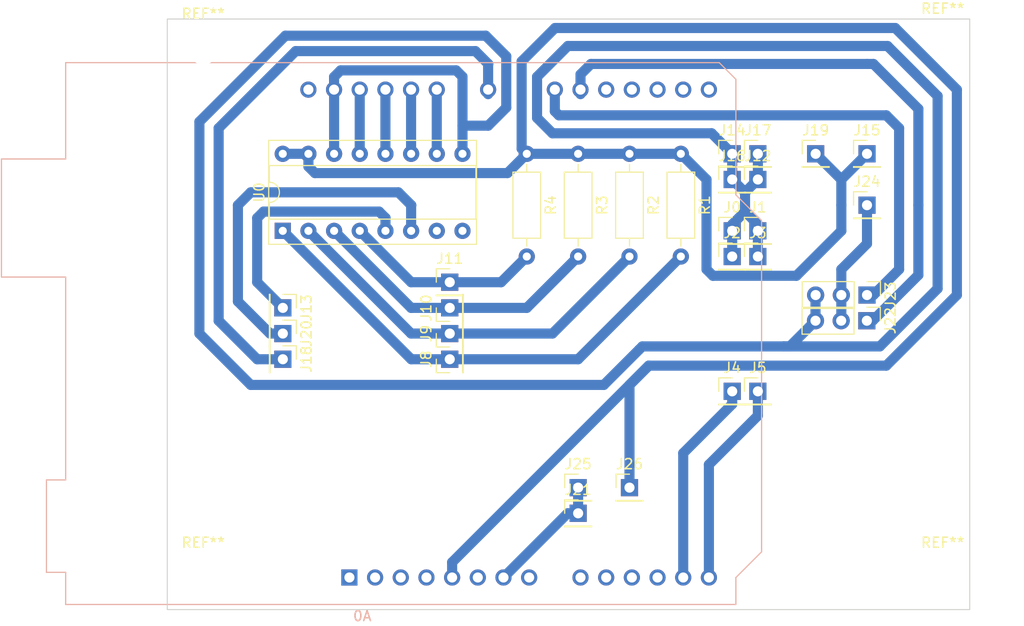
<source format=kicad_pcb>
(kicad_pcb (version 20211014) (generator pcbnew)
  (layers (0 "F.Cu" signal) (31 "B.Cu" signal) (34 "B.Paste" user) (35 "F.Paste" user) (36 "B.SilkS" user "B.Silkscreen") (37 "F.SilkS" user "F.Silkscreen") (38 "B.Mask" user) (39 "F.Mask" user) (44 "Edge.Cuts" user))
  (net 0 "")
  (net 5 "Net-(A0-Pad5)")
  (net 7 "Net-(J21-Pad1)")
  (net 13 "Net-(A0-Pad13)")
  (net 14 "Net-(A0-Pad14)")
  (net 20 "Net-(A0-Pad20)")
  (net 21 "Net-(A0-Pad21)")
  (net 22 "Net-(A0-Pad23)")
  (net 23 "Net-(A0-Pad25)")
  (net 24 "Net-(A0-Pad26)")
  (net 25 "Net-(A0-Pad27)")
  (net 26 "Net-(A0-Pad28)")
  (net 27 "Net-(A0-Pad29)")
  (net 29 "Net-(J8-Pad1)")
  (net 30 "Net-(J9-Pad1)")
  (net 31 "Net-(J10-Pad1)")
  (net 32 "Net-(J11-Pad1)")
  (net 33 "Net-(J13-Pad1)")
  (net 34 "Net-(J20-Pad1)")
  (net 37 "Net-(J24-Pad1)")
  (footprint "Connector_PinHeader_2.54mm:PinHeader_1x01_P2.54mm_Vertical" (layer "F.Cu") (at 175.895 114.3)
    (fp_text reference "J15" (at 0 -2.33) (layer "F.SilkS"))
    (fp_text value "Dspl Vcc")
    (fp_line (start -1.33 1.27) (end 1.33 1.27) (layer "F.SilkS") (width 0.12))
    (fp_line (start 1.33 1.27) (end 1.33 1.33) (layer "F.SilkS") (width 0.12))
    (fp_line (start -1.33 0) (end -1.33 -1.33) (layer "F.SilkS") (width 0.12))
    (fp_line (start -1.33 1.27) (end -1.33 1.33) (layer "F.SilkS") (width 0.12))
    (fp_line (start -1.33 -1.33) (end 0 -1.33) (layer "F.SilkS") (width 0.12))
    (fp_line (start -1.33 1.33) (end 1.33 1.33) (layer "F.SilkS") (width 0.12))
    (pad "1" thru_hole rect (at 0 0) (size 1.7 1.7) (drill 1) (layers *.Cu *.Mask) (net 5 "Net-(A0-Pad5)"))
  )
  (footprint "Connector_PinHeader_2.54mm:PinHeader_1x01_P2.54mm_Vertical" (layer "F.Cu") (at 162.56 121.92)
    (fp_text reference "J0" (at 0 -2.33) (layer "F.SilkS"))
    (fp_text value "LDR0")
    (fp_line (start -1.33 1.27) (end 1.33 1.27) (layer "F.SilkS") (width 0.12))
    (fp_line (start -1.33 1.33) (end 1.33 1.33) (layer "F.SilkS") (width 0.12))
    (fp_line (start 1.33 1.27) (end 1.33 1.33) (layer "F.SilkS") (width 0.12))
    (fp_line (start -1.33 -1.33) (end 0 -1.33) (layer "F.SilkS") (width 0.12))
    (fp_line (start -1.33 0) (end -1.33 -1.33) (layer "F.SilkS") (width 0.12))
    (fp_line (start -1.33 1.27) (end -1.33 1.33) (layer "F.SilkS") (width 0.12))
    (pad "1" thru_hole rect (at 0 0) (size 1.7 1.7) (drill 1) (layers *.Cu *.Mask) (net 27 "Net-(A0-Pad29)"))
  )
  (footprint "Connector_PinHeader_2.54mm:PinHeader_1x01_P2.54mm_Vertical" (layer "F.Cu") (at 165.1 121.92)
    (fp_text reference "J1" (at 0 -2.33) (layer "F.SilkS"))
    (fp_text value "LDR1")
    (fp_line (start -1.33 0) (end -1.33 -1.33) (layer "F.SilkS") (width 0.12))
    (fp_line (start -1.33 -1.33) (end 0 -1.33) (layer "F.SilkS") (width 0.12))
    (fp_line (start -1.33 1.27) (end -1.33 1.33) (layer "F.SilkS") (width 0.12))
    (fp_line (start -1.33 1.33) (end 1.33 1.33) (layer "F.SilkS") (width 0.12))
    (fp_line (start 1.33 1.27) (end 1.33 1.33) (layer "F.SilkS") (width 0.12))
    (fp_line (start -1.33 1.27) (end 1.33 1.27) (layer "F.SilkS") (width 0.12))
    (pad "1" thru_hole rect (at 0 0) (size 1.7 1.7) (drill 1) (layers *.Cu *.Mask) (net 27 "Net-(A0-Pad29)"))
  )
  (footprint "Resistor_THT:R_Axial_DIN0207_L6.3mm_D2.5mm_P10.16mm_Horizontal" (layer "F.Cu") (at 142.24 114.3 -90)
    (fp_text reference "R4" (at 5.08 -2.37 90) (layer "F.SilkS"))
    (fp_text value "10k")
    (fp_line (start 1.81 -1.37) (end 1.81 1.37) (layer "F.SilkS") (width 0.12))
    (fp_line (start 9.12 0) (end 8.35 0) (layer "F.SilkS") (width 0.12))
    (fp_line (start 8.35 1.37) (end 8.35 -1.37) (layer "F.SilkS") (width 0.12))
    (fp_line (start 8.35 -1.37) (end 1.81 -1.37) (layer "F.SilkS") (width 0.12))
    (fp_line (start 1.04 0) (end 1.81 0) (layer "F.SilkS") (width 0.12))
    (fp_line (start 1.81 1.37) (end 8.35 1.37) (layer "F.SilkS") (width 0.12))
    (pad "1" thru_hole circle (at 0 0 270) (size 1.6 1.6) (drill 0.8) (layers *.Cu *.Mask) (net 5 "Net-(A0-Pad5)"))
    (pad "2" thru_hole oval (at 10.16 0 270) (size 1.6 1.6) (drill 0.8) (layers *.Cu *.Mask) (net 32 "Net-(J11-Pad1)"))
  )
  (footprint "Resistor_THT:R_Axial_DIN0207_L6.3mm_D2.5mm_P10.16mm_Horizontal" (layer "F.Cu") (at 157.48 114.3 -90)
    (fp_text reference "R1" (at 5.08 -2.37 90) (layer "F.SilkS"))
    (fp_text value "10k")
    (fp_line (start 1.81 1.37) (end 8.35 1.37) (layer "F.SilkS") (width 0.12))
    (fp_line (start 9.12 0) (end 8.35 0) (layer "F.SilkS") (width 0.12))
    (fp_line (start 8.35 -1.37) (end 1.81 -1.37) (layer "F.SilkS") (width 0.12))
    (fp_line (start 1.81 -1.37) (end 1.81 1.37) (layer "F.SilkS") (width 0.12))
    (fp_line (start 1.04 0) (end 1.81 0) (layer "F.SilkS") (width 0.12))
    (fp_line (start 8.35 1.37) (end 8.35 -1.37) (layer "F.SilkS") (width 0.12))
    (pad "1" thru_hole circle (at 0 0 270) (size 1.6 1.6) (drill 0.8) (layers *.Cu *.Mask) (net 5 "Net-(A0-Pad5)"))
    (pad "2" thru_hole oval (at 10.16 0 270) (size 1.6 1.6) (drill 0.8) (layers *.Cu *.Mask) (net 29 "Net-(J8-Pad1)"))
  )
  (footprint "MountingHole:MountingHole_2.7mm" (layer "F.Cu") (at 110.236 156.464)
    (fp_text reference "REF**" (at 0 -3.7) (layer "F.SilkS"))
    (fp_text value "MountingHole_2.7mm")
    (pad "" np_thru_hole circle (at 0 0) (size 2.7 2.7) (drill 2.7) (layers *.Cu *.Mask))
  )
  (footprint "Connector_PinHeader_2.54mm:PinHeader_1x01_P2.54mm_Vertical" (layer "F.Cu") (at 147.32 147.32)
    (fp_text reference "J25" (at 0 -2.33) (layer "F.SilkS"))
    (fp_text value "GND")
    (fp_line (start -1.33 1.27) (end -1.33 1.33) (layer "F.SilkS") (width 0.12))
    (fp_line (start -1.33 1.27) (end 1.33 1.27) (layer "F.SilkS") (width 0.12))
    (fp_line (start 1.33 1.27) (end 1.33 1.33) (layer "F.SilkS") (width 0.12))
    (fp_line (start -1.33 1.33) (end 1.33 1.33) (layer "F.SilkS") (width 0.12))
    (fp_line (start -1.33 0) (end -1.33 -1.33) (layer "F.SilkS") (width 0.12))
    (fp_line (start -1.33 -1.33) (end 0 -1.33) (layer "F.SilkS") (width 0.12))
    (pad "1" thru_hole rect (at 0 0) (size 1.7 1.7) (drill 1) (layers *.Cu *.Mask) (net 7 "Net-(J21-Pad1)"))
  )
  (footprint "Connector_PinHeader_2.54mm:PinHeader_1x01_P2.54mm_Vertical" (layer "F.Cu") (at 170.815 114.3)
    (fp_text reference "J19" (at 0 -2.33) (layer "F.SilkS"))
    (fp_text value "Poti 5V")
    (fp_line (start 1.33 1.27) (end 1.33 1.33) (layer "F.SilkS") (width 0.12))
    (fp_line (start -1.33 1.27) (end 1.33 1.27) (layer "F.SilkS") (width 0.12))
    (fp_line (start -1.33 1.27) (end -1.33 1.33) (layer "F.SilkS") (width 0.12))
    (fp_line (start -1.33 0) (end -1.33 -1.33) (layer "F.SilkS") (width 0.12))
    (fp_line (start -1.33 -1.33) (end 0 -1.33) (layer "F.SilkS") (width 0.12))
    (fp_line (start -1.33 1.33) (end 1.33 1.33) (layer "F.SilkS") (width 0.12))
    (pad "1" thru_hole rect (at 0 0) (size 1.7 1.7) (drill 1) (layers *.Cu *.Mask) (net 5 "Net-(A0-Pad5)"))
  )
  (footprint "Connector_PinHeader_2.54mm:PinHeader_1x01_P2.54mm_Vertical" (layer "F.Cu") (at 134.62 129.54 90)
    (fp_text reference "J10" (at 0 -2.33 90) (layer "F.SilkS"))
    (fp_text value "LDR2")
    (fp_line (start -1.33 1.27) (end -1.33 1.33) (layer "F.SilkS") (width 0.12))
    (fp_line (start -1.33 -1.33) (end 0 -1.33) (layer "F.SilkS") (width 0.12))
    (fp_line (start 1.33 1.27) (end 1.33 1.33) (layer "F.SilkS") (width 0.12))
    (fp_line (start -1.33 0) (end -1.33 -1.33) (layer "F.SilkS") (width 0.12))
    (fp_line (start -1.33 1.27) (end 1.33 1.27) (layer "F.SilkS") (width 0.12))
    (fp_line (start -1.33 1.33) (end 1.33 1.33) (layer "F.SilkS") (width 0.12))
    (pad "1" thru_hole rect (at 0 0 90) (size 1.7 1.7) (drill 1) (layers *.Cu *.Mask) (net 31 "Net-(J10-Pad1)"))
  )
  (footprint "Connector_PinHeader_2.54mm:PinHeader_1x01_P2.54mm_Vertical" (layer "F.Cu") (at 165.1 124.46)
    (fp_text reference "J3" (at 0 -2.33) (layer "F.SilkS"))
    (fp_text value "LDR3")
    (fp_line (start -1.33 1.27) (end -1.33 1.33) (layer "F.SilkS") (width 0.12))
    (fp_line (start -1.33 1.33) (end 1.33 1.33) (layer "F.SilkS") (width 0.12))
    (fp_line (start -1.33 0) (end -1.33 -1.33) (layer "F.SilkS") (width 0.12))
    (fp_line (start -1.33 -1.33) (end 0 -1.33) (layer "F.SilkS") (width 0.12))
    (fp_line (start 1.33 1.27) (end 1.33 1.33) (layer "F.SilkS") (width 0.12))
    (fp_line (start -1.33 1.27) (end 1.33 1.27) (layer "F.SilkS") (width 0.12))
    (pad "1" thru_hole rect (at 0 0) (size 1.7 1.7) (drill 1) (layers *.Cu *.Mask) (net 27 "Net-(A0-Pad29)"))
  )
  (footprint "Package_DIP:DIP-16_W7.62mm_Socket" (layer "F.Cu") (at 118.1 121.92 90)
    (fp_text reference "U0" (at 3.81 -2.33 90) (layer "F.SilkS"))
    (fp_text value "MCP3008")
    (fp_line (start 2.81 -1.33) (end 1.16 -1.33) (layer "F.SilkS") (width 0.12))
    (fp_line (start -1.33 -1.39) (end -1.33 19.17) (layer "F.SilkS") (width 0.12))
    (fp_line (start 6.46 -1.33) (end 4.81 -1.33) (layer "F.SilkS") (width 0.12))
    (fp_line (start 8.95 19.17) (end 8.95 -1.39) (layer "F.SilkS") (width 0.12))
    (fp_line (start 8.95 -1.39) (end -1.33 -1.39) (layer "F.SilkS") (width 0.12))
    (fp_line (start -1.33 19.17) (end 8.95 19.17) (layer "F.SilkS") (width 0.12))
    (fp_line (start 1.16 -1.33) (end 1.16 19.11) (layer "F.SilkS") (width 0.12))
    (fp_line (start 6.46 19.11) (end 6.46 -1.33) (layer "F.SilkS") (width 0.12))
    (fp_line (start 1.16 19.11) (end 6.46 19.11) (layer "F.SilkS") (width 0.12))
    (fp_arc (start 4.81 -1.33) (mid 3.81 -0.33) (end 2.81 -1.33) (layer "F.SilkS") (width 0.12))
    (pad "1" thru_hole rect (at 0 0 90) (size 1.6 1.6) (drill 0.8) (layers *.Cu *.Mask) (net 29 "Net-(J8-Pad1)"))
    (pad "2" thru_hole oval (at 0 2.54 90) (size 1.6 1.6) (drill 0.8) (layers *.Cu *.Mask) (net 30 "Net-(J9-Pad1)"))
    (pad "3" thru_hole oval (at 0 5.08 90) (size 1.6 1.6) (drill 0.8) (layers *.Cu *.Mask) (net 31 "Net-(J10-Pad1)"))
    (pad "4" thru_hole oval (at 0 7.62 90) (size 1.6 1.6) (drill 0.8) (layers *.Cu *.Mask) (net 32 "Net-(J11-Pad1)"))
    (pad "5" thru_hole oval (at 0 10.16 90) (size 1.6 1.6) (drill 0.8) (layers *.Cu *.Mask) (net 33 "Net-(J13-Pad1)"))
    (pad "6" thru_hole oval (at 0 12.7 90) (size 1.6 1.6) (drill 0.8) (layers *.Cu *.Mask) (net 34 "Net-(J20-Pad1)"))
    (pad "7" thru_hole oval (at 0 15.24 90) (size 1.6 1.6) (drill 0.8) (layers *.Cu *.Mask))
    (pad "8" thru_hole oval (at 0 17.78 90) (size 1.6 1.6) (drill 0.8) (layers *.Cu *.Mask))
    (pad "9" thru_hole oval (at 7.62 17.78 90) (size 1.6 1.6) (drill 0.8) (layers *.Cu *.Mask) (net 27 "Net-(A0-Pad29)"))
    (pad "10" thru_hole oval (at 7.62 15.24 90) (size 1.6 1.6) (drill 0.8) (layers *.Cu *.Mask) (net 23 "Net-(A0-Pad25)"))
    (pad "11" thru_hole oval (at 7.62 12.7 90) (size 1.6 1.6) (drill 0.8) (layers *.Cu *.Mask) (net 24 "Net-(A0-Pad26)"))
    (pad "12" thru_hole oval (at 7.62 10.16 90) (size 1.6 1.6) (drill 0.8) (layers *.Cu *.Mask) (net 25 "Net-(A0-Pad27)"))
    (pad "13" thru_hole oval (at 7.62 7.62 90) (size 1.6 1.6) (drill 0.8) (layers *.Cu *.Mask) (net 26 "Net-(A0-Pad28)"))
    (pad "14" thru_hole oval (at 7.62 5.08 90) (size 1.6 1.6) (drill 0.8) (layers *.Cu *.Mask) (net 27 "Net-(A0-Pad29)"))
    (pad "15" thru_hole oval (at 7.62 2.54 90) (size 1.6 1.6) (drill 0.8) (layers *.Cu *.Mask) (net 5 "Net-(A0-Pad5)"))
    (pad "16" thru_hole oval (at 7.62 0 90) (size 1.6 1.6) (drill 0.8) (layers *.Cu *.Mask) (net 5 "Net-(A0-Pad5)"))
  )
  (footprint "MountingHole:MountingHole_2.7mm" (layer "F.Cu") (at 183.388 156.464)
    (fp_text reference "REF**" (at 0 -3.7) (layer "F.SilkS"))
    (fp_text value "MountingHole_2.7mm")
    (pad "" np_thru_hole circle (at 0 0) (size 2.7 2.7) (drill 2.7) (layers *.Cu *.Mask))
  )
  (footprint "Connector_PinHeader_2.54mm:PinHeader_1x01_P2.54mm_Vertical" (layer "F.Cu") (at 118.11 134.62 -90)
    (fp_text reference "J18" (at 0 -2.33 90) (layer "F.SilkS"))
    (fp_text value "Mode Button")
    (fp_line (start -1.33 0) (end -1.33 -1.33) (layer "F.SilkS") (width 0.12))
    (fp_line (start -1.33 -1.33) (end 0 -1.33) (layer "F.SilkS") (width 0.12))
    (fp_line (start -1.33 1.27) (end 1.33 1.27) (layer "F.SilkS") (width 0.12))
    (fp_line (start -1.33 1.33) (end 1.33 1.33) (layer "F.SilkS") (width 0.12))
    (fp_line (start -1.33 1.27) (end -1.33 1.33) (layer "F.SilkS") (width 0.12))
    (fp_line (start 1.33 1.27) (end 1.33 1.33) (layer "F.SilkS") (width 0.12))
    (pad "1" thru_hole rect (at 0 0 270) (size 1.7 1.7) (drill 1) (layers *.Cu *.Mask) (net 22 "Net-(A0-Pad23)"))
  )
  (footprint "Connector_PinHeader_2.54mm:PinHeader_1x01_P2.54mm_Vertical" (layer "F.Cu") (at 162.56 137.795)
    (fp_text reference "J4" (at 0 -2.33) (layer "F.SilkS"))
    (fp_text value "Dspl SDA")
    (fp_line (start -1.33 1.27) (end -1.33 1.33) (layer "F.SilkS") (width 0.12))
    (fp_line (start -1.33 0) (end -1.33 -1.33) (layer "F.SilkS") (width 0.12))
    (fp_line (start -1.33 1.33) (end 1.33 1.33) (layer "F.SilkS") (width 0.12))
    (fp_line (start -1.33 -1.33) (end 0 -1.33) (layer "F.SilkS") (width 0.12))
    (fp_line (start 1.33 1.27) (end 1.33 1.33) (layer "F.SilkS") (width 0.12))
    (fp_line (start -1.33 1.27) (end 1.33 1.27) (layer "F.SilkS") (width 0.12))
    (pad "1" thru_hole rect (at 0 0) (size 1.7 1.7) (drill 1) (layers *.Cu *.Mask) (net 13 "Net-(A0-Pad13)"))
  )
  (footprint "MountingHole:MountingHole_2.7mm" (layer "F.Cu") (at 110.236 104.14)
    (fp_text reference "REF**" (at 0 -3.7) (layer "F.SilkS"))
    (fp_text value "MountingHole_2.7mm")
    (pad "" np_thru_hole circle (at 0 0) (size 2.7 2.7) (drill 2.7) (layers *.Cu *.Mask))
  )
  (footprint "Resistor_THT:R_Axial_DIN0207_L6.3mm_D2.5mm_P10.16mm_Horizontal" (layer "F.Cu") (at 147.32 114.3 -90)
    (fp_text reference "R3" (at 5.08 -2.37 90) (layer "F.SilkS"))
    (fp_text value "10k")
    (fp_line (start 9.12 0) (end 8.35 0) (layer "F.SilkS") (width 0.12))
    (fp_line (start 1.81 1.37) (end 8.35 1.37) (layer "F.SilkS") (width 0.12))
    (fp_line (start 1.81 -1.37) (end 1.81 1.37) (layer "F.SilkS") (width 0.12))
    (fp_line (start 8.35 1.37) (end 8.35 -1.37) (layer "F.SilkS") (width 0.12))
    (fp_line (start 1.04 0) (end 1.81 0) (layer "F.SilkS") (width 0.12))
    (fp_line (start 8.35 -1.37) (end 1.81 -1.37) (layer "F.SilkS") (width 0.12))
    (pad "1" thru_hole circle (at 0 0 270) (size 1.6 1.6) (drill 0.8) (layers *.Cu *.Mask) (net 5 "Net-(A0-Pad5)"))
    (pad "2" thru_hole oval (at 10.16 0 270) (size 1.6 1.6) (drill 0.8) (layers *.Cu *.Mask) (net 31 "Net-(J10-Pad1)"))
  )
  (footprint "Connector_PinHeader_2.54mm:PinHeader_1x03_P2.54mm_Vertical" (layer "F.Cu") (at 175.88 130.81 -90)
    (fp_text reference "J22" (at 0 -2.33 90) (layer "F.SilkS"))
    (fp_text value "Srv0")
    (fp_line (start 1.33 1.27) (end 1.33 6.41) (layer "F.SilkS") (width 0.12))
    (fp_line (start -1.33 1.27) (end 1.33 1.27) (layer "F.SilkS") (width 0.12))
    (fp_line (start -1.33 6.41) (end 1.33 6.41) (layer "F.SilkS") (width 0.12))
    (fp_line (start -1.33 -1.33) (end 0 -1.33) (layer "F.SilkS") (width 0.12))
    (fp_line (start -1.33 1.27) (end -1.33 6.41) (layer "F.SilkS") (width 0.12))
    (fp_line (start -1.33 0) (end -1.33 -1.33) (layer "F.SilkS") (width 0.12))
    (pad "1" thru_hole rect (at 0 0 270) (size 1.7 1.7) (drill 1) (layers *.Cu *.Mask) (net 20 "Net-(A0-Pad20)"))
    (pad "2" thru_hole oval (at 0 2.54 270) (size 1.7 1.7) (drill 1) (layers *.Cu *.Mask) (net 37 "Net-(J24-Pad1)"))
    (pad "3" thru_hole oval (at 0 5.08 270) (size 1.7 1.7) (drill 1) (layers *.Cu *.Mask) (net 27 "Net-(A0-Pad29)"))
  )
  (footprint "Connector_PinHeader_2.54mm:PinHeader_1x01_P2.54mm_Vertical" (layer "F.Cu") (at 134.62 127)
    (fp_text reference "J11" (at 0 -2.33) (layer "F.SilkS"))
    (fp_text value "LDR3")
    (fp_line (start -1.33 1.27) (end 1.33 1.27) (layer "F.SilkS") (width 0.12))
    (fp_line (start 1.33 1.27) (end 1.33 1.33) (layer "F.SilkS") (width 0.12))
    (fp_line (start -1.33 1.33) (end 1.33 1.33) (layer "F.SilkS") (width 0.12))
    (fp_line (start -1.33 0) (end -1.33 -1.33) (layer "F.SilkS") (width 0.12))
    (fp_line (start -1.33 -1.33) (end 0 -1.33) (layer "F.SilkS") (width 0.12))
    (fp_line (start -1.33 1.27) (end -1.33 1.33) (layer "F.SilkS") (width 0.12))
    (pad "1" thru_hole rect (at 0 0) (size 1.7 1.7) (drill 1) (layers *.Cu *.Mask) (net 32 "Net-(J11-Pad1)"))
  )
  (footprint "Connector_PinHeader_2.54mm:PinHeader_1x01_P2.54mm_Vertical" (layer "F.Cu") (at 118.11 129.54 -90)
    (fp_text reference "J13" (at 0 -2.33 90) (layer "F.SilkS"))
    (fp_text value "V_solar")
    (fp_line (start 1.33 1.27) (end 1.33 1.33) (layer "F.SilkS") (width 0.12))
    (fp_line (start -1.33 1.33) (end 1.33 1.33) (layer "F.SilkS") (width 0.12))
    (fp_line (start -1.33 0) (end -1.33 -1.33) (layer "F.SilkS") (width 0.12))
    (fp_line (start -1.33 1.27) (end 1.33 1.27) (layer "F.SilkS") (width 0.12))
    (fp_line (start -1.33 -1.33) (end 0 -1.33) (layer "F.SilkS") (width 0.12))
    (fp_line (start -1.33 1.27) (end -1.33 1.33) (layer "F.SilkS") (width 0.12))
    (pad "1" thru_hole rect (at 0 0 270) (size 1.7 1.7) (drill 1) (layers *.Cu *.Mask) (net 33 "Net-(J13-Pad1)"))
  )
  (footprint "Connector_PinHeader_2.54mm:PinHeader_1x01_P2.54mm_Vertical" (layer "F.Cu") (at 134.62 134.62 90)
    (fp_text reference "J8" (at 0 -2.33 90) (layer "F.SilkS"))
    (fp_text value "LDR0")
    (fp_line (start -1.33 0) (end -1.33 -1.33) (layer "F.SilkS") (width 0.12))
    (fp_line (start -1.33 -1.33) (end 0 -1.33) (layer "F.SilkS") (width 0.12))
    (fp_line (start -1.33 1.27) (end -1.33 1.33) (layer "F.SilkS") (width 0.12))
    (fp_line (start -1.33 1.27) (end 1.33 1.27) (layer "F.SilkS") (width 0.12))
    (fp_line (start -1.33 1.33) (end 1.33 1.33) (layer "F.SilkS") (width 0.12))
    (fp_line (start 1.33 1.27) (end 1.33 1.33) (layer "F.SilkS") (width 0.12))
    (pad "1" thru_hole rect (at 0 0 90) (size 1.7 1.7) (drill 1) (layers *.Cu *.Mask) (net 29 "Net-(J8-Pad1)"))
  )
  (footprint "Connector_PinHeader_2.54mm:PinHeader_1x01_P2.54mm_Vertical" (layer "F.Cu") (at 162.56 124.46)
    (fp_text reference "J2" (at 0 -2.33) (layer "F.SilkS"))
    (fp_text value "LDR2")
    (fp_line (start -1.33 -1.33) (end 0 -1.33) (layer "F.SilkS") (width 0.12))
    (fp_line (start -1.33 1.27) (end -1.33 1.33) (layer "F.SilkS") (width 0.12))
    (fp_line (start 1.33 1.27) (end 1.33 1.33) (layer "F.SilkS") (width 0.12))
    (fp_line (start -1.33 1.27) (end 1.33 1.27) (layer "F.SilkS") (width 0.12))
    (fp_line (start -1.33 1.33) (end 1.33 1.33) (layer "F.SilkS") (width 0.12))
    (fp_line (start -1.33 0) (end -1.33 -1.33) (layer "F.SilkS") (width 0.12))
    (pad "1" thru_hole rect (at 0 0) (size 1.7 1.7) (drill 1) (layers *.Cu *.Mask) (net 27 "Net-(A0-Pad29)"))
  )
  (footprint "Connector_PinHeader_2.54mm:PinHeader_1x01_P2.54mm_Vertical" (layer "F.Cu") (at 165.1 114.3)
    (fp_text reference "J17" (at 0 -2.33) (layer "F.SilkS"))
    (fp_text value "Poti GND")
    (fp_line (start -1.33 1.27) (end -1.33 1.33) (layer "F.SilkS") (width 0.12))
    (fp_line (start -1.33 -1.33) (end 0 -1.33) (layer "F.SilkS") (width 0.12))
    (fp_line (start -1.33 0) (end -1.33 -1.33) (layer "F.SilkS") (width 0.12))
    (fp_line (start -1.33 1.33) (end 1.33 1.33) (layer "F.SilkS") (width 0.12))
    (fp_line (start 1.33 1.27) (end 1.33 1.33) (layer "F.SilkS") (width 0.12))
    (fp_line (start -1.33 1.27) (end 1.33 1.27) (layer "F.SilkS") (width 0.12))
    (pad "1" thru_hole rect (at 0 0) (size 1.7 1.7) (drill 1) (layers *.Cu *.Mask) (net 27 "Net-(A0-Pad29)"))
  )
  (footprint "Connector_PinHeader_2.54mm:PinHeader_1x01_P2.54mm_Vertical" (layer "F.Cu") (at 175.895 119.38)
    (fp_text reference "J24" (at 0 -2.33) (layer "F.SilkS"))
    (fp_text value "Vextra")
    (fp_line (start -1.33 1.33) (end 1.33 1.33) (layer "F.SilkS") (width 0.12))
    (fp_line (start -1.33 -1.33) (end 0 -1.33) (layer "F.SilkS") (width 0.12))
    (fp_line (start -1.33 1.27) (end -1.33 1.33) (layer "F.SilkS") (width 0.12))
    (fp_line (start 1.33 1.27) (end 1.33 1.33) (layer "F.SilkS") (width 0.12))
    (fp_line (start -1.33 0) (end -1.33 -1.33) (layer "F.SilkS") (width 0.12))
    (fp_line (start -1.33 1.27) (end 1.33 1.27) (layer "F.SilkS") (width 0.12))
    (pad "1" thru_hole rect (at 0 0) (size 1.7 1.7) (drill 1) (layers *.Cu *.Mask) (net 37 "Net-(J24-Pad1)"))
  )
  (footprint "MountingHole:MountingHole_2.7mm" (layer "F.Cu") (at 183.388 103.632)
    (fp_text reference "REF**" (at 0 -3.7) (layer "F.SilkS"))
    (fp_text value "MountingHole_2.7mm")
    (pad "" np_thru_hole circle (at 0 0) (size 2.7 2.7) (drill 2.7) (layers *.Cu *.Mask))
  )
  (footprint "Connector_PinHeader_2.54mm:PinHeader_1x01_P2.54mm_Vertical" (layer "F.Cu") (at 152.4 147.32)
    (fp_text reference "J26" (at 0 -2.33) (layer "F.SilkS"))
    (fp_text value "5V")
    (fp_line (start -1.33 1.27) (end -1.33 1.33) (layer "F.SilkS") (width 0.12))
    (fp_line (start -1.33 -1.33) (end 0 -1.33) (layer "F.SilkS") (width 0.12))
    (fp_line (start -1.33 0) (end -1.33 -1.33) (layer "F.SilkS") (width 0.12))
    (fp_line (start -1.33 1.33) (end 1.33 1.33) (layer "F.SilkS") (width 0.12))
    (fp_line (start -1.33 1.27) (end 1.33 1.27) (layer "F.SilkS") (width 0.12))
    (fp_line (start 1.33 1.27) (end 1.33 1.33) (layer "F.SilkS") (width 0.12))
    (pad "1" thru_hole rect (at 0 0) (size 1.7 1.7) (drill 1) (layers *.Cu *.Mask) (net 5 "Net-(A0-Pad5)"))
  )
  (footprint "Resistor_THT:R_Axial_DIN0207_L6.3mm_D2.5mm_P10.16mm_Horizontal" (layer "F.Cu") (at 152.4 114.3 -90)
    (fp_text reference "R2" (at 5.08 -2.37 90) (layer "F.SilkS"))
    (fp_text value "10k")
    (fp_line (start 9.12 0) (end 8.35 0) (layer "F.SilkS") (width 0.12))
    (fp_line (start 1.81 -1.37) (end 1.81 1.37) (layer "F.SilkS") (width 0.12))
    (fp_line (start 1.81 1.37) (end 8.35 1.37) (layer "F.SilkS") (width 0.12))
    (fp_line (start 8.35 1.37) (end 8.35 -1.37) (layer "F.SilkS") (width 0.12))
    (fp_line (start 1.04 0) (end 1.81 0) (layer "F.SilkS") (width 0.12))
    (fp_line (start 8.35 -1.37) (end 1.81 -1.37) (layer "F.SilkS") (width 0.12))
    (pad "1" thru_hole circle (at 0 0 270) (size 1.6 1.6) (drill 0.8) (layers *.Cu *.Mask) (net 5 "Net-(A0-Pad5)"))
    (pad "2" thru_hole oval (at 10.16 0 270) (size 1.6 1.6) (drill 0.8) (layers *.Cu *.Mask) (net 30 "Net-(J9-Pad1)"))
  )
  (footprint "Connector_PinHeader_2.54mm:PinHeader_1x03_P2.54mm_Vertical" (layer "F.Cu") (at 175.895 128.27 -90)
    (fp_text reference "J23" (at 0 -2.33 90) (layer "F.SilkS"))
    (fp_text value "Srv1")
    (fp_line (start -1.33 -1.33) (end 0 -1.33) (layer "F.SilkS") (width 0.12))
    (fp_line (start -1.33 1.27) (end -1.33 6.41) (layer "F.SilkS") (width 0.12))
    (fp_line (start -1.33 6.41) (end 1.33 6.41) (layer "F.SilkS") (width 0.12))
    (fp_line (start -1.33 0) (end -1.33 -1.33) (layer "F.SilkS") (width 0.12))
    (fp_line (start 1.33 1.27) (end 1.33 6.41) (layer "F.SilkS") (width 0.12))
    (fp_line (start -1.33 1.27) (end 1.33 1.27) (layer "F.SilkS") (width 0.12))
    (pad "1" thru_hole rect (at 0 0 270) (size 1.7 1.7) (drill 1) (layers *.Cu *.Mask) (net 21 "Net-(A0-Pad21)"))
    (pad "2" thru_hole oval (at 0 2.54 270) (size 1.7 1.7) (drill 1) (layers *.Cu *.Mask) (net 37 "Net-(J24-Pad1)"))
    (pad "3" thru_hole oval (at 0 5.08 270) (size 1.7 1.7) (drill 1) (layers *.Cu *.Mask) (net 27 "Net-(A0-Pad29)"))
  )
  (footprint "Connector_PinHeader_2.54mm:PinHeader_1x01_P2.54mm_Vertical" (layer "F.Cu") (at 147.32 149.86)
    (fp_text reference "J21" (at 0 -2.33) (layer "F.SilkS"))
    (fp_text value "GND")
    (fp_line (start -1.33 1.27) (end -1.33 1.33) (layer "F.SilkS") (width 0.12))
    (fp_line (start -1.33 0) (end -1.33 -1.33) (layer "F.SilkS") (width 0.12))
    (fp_line (start 1.33 1.27) (end 1.33 1.33) (layer "F.SilkS") (width 0.12))
    (fp_line (start -1.33 1.33) (end 1.33 1.33) (layer "F.SilkS") (width 0.12))
    (fp_line (start -1.33 1.27) (end 1.33 1.27) (layer "F.SilkS") (width 0.12))
    (fp_line (start -1.33 -1.33) (end 0 -1.33) (layer "F.SilkS") (width 0.12))
    (pad "1" thru_hole rect (at 0 0) (size 1.7 1.7) (drill 1) (layers *.Cu *.Mask) (net 7 "Net-(J21-Pad1)"))
  )
  (footprint "Connector_PinHeader_2.54mm:PinHeader_1x01_P2.54mm_Vertical" (layer "F.Cu") (at 118.11 132.08 -90)
    (fp_text reference "J20" (at 0 -2.33 90) (layer "F.SilkS"))
    (fp_text value "Poti")
    (fp_line (start -1.33 1.27) (end 1.33 1.27) (layer "F.SilkS") (width 0.12))
    (fp_line (start -1.33 0) (end -1.33 -1.33) (layer "F.SilkS") (width 0.12))
    (fp_line (start -1.33 1.27) (end -1.33 1.33) (layer "F.SilkS") (width 0.12))
    (fp_line (start 1.33 1.27) (end 1.33 1.33) (layer "F.SilkS") (width 0.12))
    (fp_line (start -1.33 1.33) (end 1.33 1.33) (layer "F.SilkS") (width 0.12))
    (fp_line (start -1.33 -1.33) (end 0 -1.33) (layer "F.SilkS") (width 0.12))
    (pad "1" thru_hole rect (at 0 0 270) (size 1.7 1.7) (drill 1) (layers *.Cu *.Mask) (net 34 "Net-(J20-Pad1)"))
  )
  (footprint "Connector_PinHeader_2.54mm:PinHeader_1x01_P2.54mm_Vertical" (layer "F.Cu") (at 162.56 116.84)
    (fp_text reference "J16" (at 0 -2.33) (layer "F.SilkS"))
    (fp_text value "Mode Button GND")
    (fp_line (start -1.33 1.33) (end 1.33 1.33) (layer "F.SilkS") (width 0.12))
    (fp_line (start -1.33 1.27) (end -1.33 1.33) (layer "F.SilkS") (width 0.12))
    (fp_line (start -1.33 -1.33) (end 0 -1.33) (layer "F.SilkS") (width 0.12))
    (fp_line (start -1.33 1.27) (end 1.33 1.27) (layer "F.SilkS") (width 0.12))
    (fp_line (start 1.33 1.27) (end 1.33 1.33) (layer "F.SilkS") (width 0.12))
    (fp_line (start -1.33 0) (end -1.33 -1.33) (layer "F.SilkS") (width 0.12))
    (pad "1" thru_hole rect (at 0 0) (size 1.7 1.7) (drill 1) (layers *.Cu *.Mask) (net 27 "Net-(A0-Pad29)"))
  )
  (footprint "Connector_PinHeader_2.54mm:PinHeader_1x01_P2.54mm_Vertical" (layer "F.Cu") (at 134.62 132.08 90)
    (fp_text reference "J9" (at 0 -2.33 90) (layer "F.SilkS"))
    (fp_text value "LDR1")
    (fp_line (start -1.33 0) (end -1.33 -1.33) (layer "F.SilkS") (width 0.12))
    (fp_line (start -1.33 -1.33) (end 0 -1.33) (layer "F.SilkS") (width 0.12))
    (fp_line (start 1.33 1.27) (end 1.33 1.33) (layer "F.SilkS") (width 0.12))
    (fp_line (start -1.33 1.27) (end -1.33 1.33) (layer "F.SilkS") (width 0.12))
    (fp_line (start -1.33 1.27) (end 1.33 1.27) (layer "F.SilkS") (width 0.12))
    (fp_line (start -1.33 1.33) (end 1.33 1.33) (layer "F.SilkS") (width 0.12))
    (pad "1" thru_hole rect (at 0 0 90) (size 1.7 1.7) (drill 1) (layers *.Cu *.Mask) (net 30 "Net-(J9-Pad1)"))
  )
  (footprint "Connector_PinHeader_2.54mm:PinHeader_1x01_P2.54mm_Vertical" (layer "F.Cu") (at 162.56 114.3)
    (fp_text reference "J14" (at 0 -2.33) (layer "F.SilkS"))
    (fp_text value "Dspl GND")
    (fp_line (start 1.33 1.27) (end 1.33 1.33) (layer "F.SilkS") (width 0.12))
    (fp_line (start -1.33 -1.33) (end 0 -1.33) (layer "F.SilkS") (width 0.12))
    (fp_line (start -1.33 1.33) (end 1.33 1.33) (layer "F.SilkS") (width 0.12))
    (fp_line (start -1.33 0) (end -1.33 -1.33) (layer "F.SilkS") (width 0.12))
    (fp_line (start -1.33 1.27) (end -1.33 1.33) (layer "F.SilkS") (width 0.12))
    (fp_line (start -1.33 1.27) (end 1.33 1.27) (layer "F.SilkS") (width 0.12))
    (pad "1" thru_hole rect (at 0 0) (size 1.7 1.7) (drill 1) (layers *.Cu *.Mask) (net 27 "Net-(A0-Pad29)"))
  )
  (footprint "Connector_PinHeader_2.54mm:PinHeader_1x01_P2.54mm_Vertical" (layer "F.Cu") (at 165.1 116.84)
    (fp_text reference "J12" (at 0 -2.33) (layer "F.SilkS"))
    (fp_text value "V_solar")
    (fp_line (start -1.33 1.33) (end 1.33 1.33) (layer "F.SilkS") (width 0.12))
    (fp_line (start -1.33 1.27) (end 1.33 1.27) (layer "F.SilkS") (width 0.12))
    (fp_line (start 1.33 1.27) (end 1.33 1.33) (layer "F.SilkS") (width 0.12))
    (fp_line (start -1.33 -1.33) (end 0 -1.33) (layer "F.SilkS") (width 0.12))
    (fp_line (start -1.33 1.27) (end -1.33 1.33) (layer "F.SilkS") (width 0.12))
    (fp_line (start -1.33 0) (end -1.33 -1.33) (layer "F.SilkS") (width 0.12))
    (pad "1" thru_hole rect (at 0 0) (size 1.7 1.7) (drill 1) (layers *.Cu *.Mask) (net 27 "Net-(A0-Pad29)"))
  )
  (footprint "Connector_PinHeader_2.54mm:PinHeader_1x01_P2.54mm_Vertical" (layer "F.Cu") (at 165.1 137.795)
    (fp_text reference "J5" (at 0 -2.33) (layer "F.SilkS"))
    (fp_text value "Dspl SCL")
    (fp_line (start -1.33 -1.33) (end 0 -1.33) (layer "F.SilkS") (width 0.12))
    (fp_line (start -1.33 1.27) (end 1.33 1.27) (layer "F.SilkS") (width 0.12))
    (fp_line (start -1.33 1.27) (end -1.33 1.33) (layer "F.SilkS") (width 0.12))
    (fp_line (start -1.33 1.33) (end 1.33 1.33) (layer "F.SilkS") (width 0.12))
    (fp_line (start -1.33 0) (end -1.33 -1.33) (layer "F.SilkS") (width 0.12))
    (fp_line (start 1.33 1.27) (end 1.33 1.33) (layer "F.SilkS") (width 0.12))
    (pad "1" thru_hole rect (at 0 0) (size 1.7 1.7) (drill 1) (layers *.Cu *.Mask) (net 14 "Net-(A0-Pad14)"))
  )
  (footprint "Module:Arduino_UNO_R2" (layer "B.Cu") (at 124.695 156.21)
    (fp_text reference "A0" (at 1.27 3.81) (layer "B.SilkS") (effects (justify mirror)))
    (fp_text value "Arduino_UNO_R2")
    (fp_line (start -34.42 -29.72) (end -34.42 -41.4) (layer "B.SilkS") (width 0.12))
    (fp_line (start -29.97 -0.51) (end -29.97 -9.65) (layer "B.SilkS") (width 0.12))
    (fp_line (start 38.23 2.67) (end -28.07 2.67) (layer "B.SilkS") (width 0.12))
    (fp_line (start 40.77 -2.54) (end 38.23 0) (layer "B.SilkS") (width 0.12))
    (fp_line (start -28.07 -9.65) (end -28.07 -29.72) (layer "B.SilkS") (width 0.12))
    (fp_line (start -34.42 -41.4) (end -28.07 -41.4) (layer "B.SilkS") (width 0.12))
    (fp_line (start -28.07 2.67) (end -28.07 -0.51) (layer "B.SilkS") (width 0.12))
    (fp_line (start 38.23 0) (end 38.23 2.67) (layer "B.SilkS") (width 0.12))
    (fp_line (start 38.23 -37.85) (end 40.77 -35.31) (layer "B.SilkS") (width 0.12))
    (fp_line (start -28.07 -29.72) (end -34.42 -29.72) (layer "B.SilkS") (width 0.12))
    (fp_line (start 40.77 -35.31) (end 40.77 -2.54) (layer "B.SilkS") (width 0.12))
    (fp_line (start -28.07 -50.93) (end 36.58 -50.93) (layer "B.SilkS") (width 0.12))
    (fp_line (start 38.23 -49.28) (end 38.23 -37.85) (layer "B.SilkS") (width 0.12))
    (fp_line (start -29.97 -9.65) (end -28.07 -9.65) (layer "B.SilkS") (width 0.12))
    (fp_line (start -28.07 -41.4) (end -28.07 -50.93) (layer "B.SilkS") (width 0.12))
    (fp_line (start 36.58 -50.93) (end 38.23 -49.28) (layer "B.SilkS") (width 0.12))
    (fp_line (start -28.07 -0.51) (end -29.97 -0.51) (layer "B.SilkS") (width 0.12))
    (pad "1" thru_hole rect (at 0 0 270) (size 1.6 1.6) (drill 1) (layers *.Cu *.Mask))
    (pad "2" thru_hole oval (at 2.54 0 270) (size 1.6 1.6) (drill 1) (layers *.Cu *.Mask))
    (pad "3" thru_hole oval (at 5.08 0 270) (size 1.6 1.6) (drill 1) (layers *.Cu *.Mask))
    (pad "4" thru_hole oval (at 7.62 0 270) (size 1.6 1.6) (drill 1) (layers *.Cu *.Mask))
    (pad "5" thru_hole oval (at 10.16 0 270) (size 1.6 1.6) (drill 1) (layers *.Cu *.Mask) (net 5 "Net-(A0-Pad5)"))
    (pad "6" thru_hole oval (at 12.7 0 270) (size 1.6 1.6) (drill 1) (layers *.Cu *.Mask))
    (pad "7" thru_hole oval (at 15.24 0 270) (size 1.6 1.6) (drill 1) (layers *.Cu *.Mask) (net 7 "Net-(J21-Pad1)"))
    (pad "8" thru_hole oval (at 17.78 0 270) (size 1.6 1.6) (drill 1) (layers *.Cu *.Mask))
    (pad "9" thru_hole oval (at 22.86 0 270) (size 1.6 1.6) (drill 1) (layers *.Cu *.Mask))
    (pad "10" thru_hole oval (at 25.4 0 270) (size 1.6 1.6) (drill 1) (layers *.Cu *.Mask))
    (pad "11" thru_hole oval (at 27.94 0 270) (size 1.6 1.6) (drill 1) (layers *.Cu *.Mask))
    (pad "12" thru_hole oval (at 30.48 0 270) (size 1.6 1.6) (drill 1) (layers *.Cu *.Mask))
    (pad "13" thru_hole oval (at 33.02 0 270) (size 1.6 1.6) (drill 1) (layers *.Cu *.Mask) (net 13 "Net-(A0-Pad13)"))
    (pad "14" thru_hole oval (at 35.56 0 270) (size 1.6 1.6) (drill 1) (layers *.Cu *.Mask) (net 14 "Net-(A0-Pad14)"))
    (pad "15" thru_hole oval (at 35.56 -48.26 270) (size 1.6 1.6) (drill 1) (layers *.Cu *.Mask))
    (pad "16" thru_hole oval (at 33.02 -48.26 270) (size 1.6 1.6) (drill 1) (layers *.Cu *.Mask))
    (pad "17" thru_hole oval (at 30.48 -48.26 270) (size 1.6 1.6) (drill 1) (layers *.Cu *.Mask))
    (pad "18" thru_hole oval (at 27.94 -48.26 270) (size 1.6 1.6) (drill 1) (layers *.Cu *.Mask))
    (pad "19" thru_hole oval (at 25.4 -48.26 270) (size 1.6 1.6) (drill 1) (layers *.Cu *.Mask))
    (pad "20" thru_hole oval (at 22.86 -48.26 270) (size 1.6 1.6) (drill 1) (layers *.Cu *.Mask) (net 20 "Net-(A0-Pad20)"))
    (pad "21" thru_hole oval (at 20.32 -48.26 270) (size 1.6 1.6) (drill 1) (layers *.Cu *.Mask) (net 21 "Net-(A0-Pad21)"))
    (pad "23" thru_hole oval (at 13.72 -48.26 270) (size 1.6 1.6) (drill 1) (layers *.Cu *.Mask) (net 22 "Net-(A0-Pad23)"))
    (pad "25" thru_hole oval (at 8.64 -48.26 270) (size 1.6 1.6) (drill 1) (layers *.Cu *.Mask) (net 23 "Net-(A0-Pad25)"))
    (pad "26" thru_hole oval (at 6.1 -48.26 270) (size 1.6 1.6) (drill 1) (layers *.Cu *.Mask) (net 24 "Net-(A0-Pad26)"))
    (pad "27" thru_hole oval (at 3.56 -48.26 270) (size 1.6 1.6) (drill 1) (layers *.Cu *.Mask) (net 25 "Net-(A0-Pad27)"))
    (pad "28" thru_hole oval (at 1.02 -48.26 270) (size 1.6 1.6) (drill 1) (layers *.Cu *.Mask) (net 26 "Net-(A0-Pad28)"))
    (pad "29" thru_hole oval (at -1.52 -48.26 270) (size 1.6 1.6) (drill 1) (layers *.Cu *.Mask) (net 27 "Net-(A0-Pad29)"))
    (pad "30" thru_hole oval (at -4.06 -48.26 270) (size 1.6 1.6) (drill 1) (layers *.Cu *.Mask))
  )
  (gr_rect (start 106.68 159.385) (end 186.055 100.965) (layer "Edge.Cuts") (width 0.1) (fill none))
  (segment (start 157.48 114.3) (end 160.02 116.84) (width 1) (layer "B.Cu") (net 5))
  (segment (start 121.285 116.205) (end 140.335 116.205) (width 1) (layer "B.Cu") (net 5))
  (segment (start 173.355 121.92) (end 168.91 126.365) (width 1) (layer "B.Cu") (net 5))
  (segment (start 147.32 114.3) (end 152.4 114.3) (width 1) (layer "B.Cu") (net 5))
  (segment (start 175.895 114.3) (end 173.355 116.84) (width 1) (layer "B.Cu") (net 5))
  (segment (start 118.1 114.3) (end 120.64 114.3) (width 1) (layer "B.Cu") (net 5))
  (segment (start 173.355 116.84) (end 173.355 119.38) (width 1) (layer "B.Cu") (net 5))
  (segment (start 160.655 126.365) (end 168.91 126.365) (width 1) (layer "B.Cu") (net 5))
  (segment (start 120.64 115.56) (end 121.285 116.205) (width 1) (layer "B.Cu") (net 5))
  (segment (start 184.785 107.95) (end 178.689 101.854) (width 1) (layer "B.Cu") (net 5))
  (segment (start 160.02 125.73) (end 160.655 126.365) (width 1) (layer "B.Cu") (net 5))
  (segment (start 120.64 114.3) (end 120.64 115.56) (width 1) (layer "B.Cu") (net 5))
  (segment (start 152.4 137.16) (end 154.305 135.255) (width 1) (layer "B.Cu") (net 5))
  (segment (start 134.855 154.705) (end 154.305 135.255) (width 1) (layer "B.Cu") (net 5))
  (segment (start 140.335 116.205) (end 142.24 114.3) (width 1) (layer "B.Cu") (net 5))
  (segment (start 141.732 105.156) (end 141.732 113.792) (width 1) (layer "B.Cu") (net 5))
  (segment (start 170.815 114.3) (end 173.355 116.84) (width 1) (layer "B.Cu") (net 5))
  (segment (start 184.785 128.27) (end 184.785 107.95) (width 1) (layer "B.Cu") (net 5))
  (segment (start 173.355 119.38) (end 173.355 121.92) (width 1) (layer "B.Cu") (net 5))
  (segment (start 177.8 135.255) (end 184.785 128.27) (width 1) (layer "B.Cu") (net 5))
  (segment (start 152.4 147.32) (end 152.4 137.16) (width 1) (layer "B.Cu") (net 5))
  (segment (start 141.732 113.792) (end 142.24 114.3) (width 1) (layer "B.Cu") (net 5))
  (segment (start 154.305 135.255) (end 177.8 135.255) (width 1) (layer "B.Cu") (net 5))
  (segment (start 178.689 101.854) (end 145.034 101.854) (width 1) (layer "B.Cu") (net 5))
  (segment (start 160.02 116.84) (end 160.02 125.73) (width 1) (layer "B.Cu") (net 5))
  (segment (start 152.4 114.3) (end 157.48 114.3) (width 1) (layer "B.Cu") (net 5))
  (segment (start 142.24 114.3) (end 147.32 114.3) (width 1) (layer "B.Cu") (net 5))
  (segment (start 134.855 156.21) (end 134.855 154.705) (width 1) (layer "B.Cu") (net 5))
  (segment (start 145.034 101.854) (end 141.732 105.156) (width 1) (layer "B.Cu") (net 5))
  (segment (start 139.935 156.21) (end 146.285 149.86) (width 1) (layer "B.Cu") (net 7))
  (segment (start 147.32 147.32) (end 147.32 149.86) (width 1) (layer "B.Cu") (net 7))
  (segment (start 146.285 149.86) (end 147.32 149.86) (width 1) (layer "B.Cu") (net 7))
  (segment (start 157.715 143.91) (end 162.56 139.065) (width 1) (layer "B.Cu") (net 13))
  (segment (start 157.715 156.21) (end 157.715 143.91) (width 1) (layer "B.Cu") (net 13))
  (segment (start 162.56 139.065) (end 162.56 137.795) (width 1) (layer "B.Cu") (net 13))
  (segment (start 165.1 140.2) (end 165.1 137.795) (width 1) (layer "B.Cu") (net 14))
  (segment (start 160.255 156.21) (end 160.255 145.045) (width 1) (layer "B.Cu") (net 14))
  (segment (start 160.255 145.045) (end 165.1 140.2) (width 1) (layer "B.Cu") (net 14))
  (segment (start 176.53 105.41) (end 175.895 105.41) (width 1) (layer "B.Cu") (net 20))
  (segment (start 148.59 105.41) (end 147.555 106.445) (width 1) (layer "B.Cu") (net 20))
  (segment (start 176.455 130.81) (end 180.975 126.29) (width 1) (layer "B.Cu") (net 20))
  (segment (start 147.555 106.445) (end 147.555 108.4) (width 1) (layer "B.Cu") (net 20))
  (segment (start 180.975 109.855) (end 180.975 119.38) (width 1) (layer "B.Cu") (net 20))
  (segment (start 175.88 130.81) (end 176.455 130.81) (width 1) (layer "B.Cu") (net 20))
  (segment (start 180.975 109.855) (end 176.53 105.41) (width 1) (layer "B.Cu") (net 20))
  (segment (start 180.975 126.29) (end 180.975 119.38) (width 1) (layer "B.Cu") (net 20))
  (segment (start 175.895 105.41) (end 148.59 105.41) (width 1) (layer "B.Cu") (net 20))
  (segment (start 145.415 110.49) (end 177.8 110.49) (width 1) (layer "B.Cu") (net 21))
  (segment (start 177.8 110.49) (end 179.07 111.76) (width 1) (layer "B.Cu") (net 21))
  (segment (start 176.53 128.27) (end 175.895 128.27) (width 1) (layer "B.Cu") (net 21))
  (segment (start 145.015 108.4) (end 145.015 110.09) (width 1) (layer "B.Cu") (net 21))
  (segment (start 145.015 110.09) (end 145.415 110.49) (width 1) (layer "B.Cu") (net 21))
  (segment (start 179.07 125.73) (end 176.53 128.27) (width 1) (layer "B.Cu") (net 21))
  (segment (start 179.07 111.76) (end 179.07 125.73) (width 1) (layer "B.Cu") (net 21))
  (segment (start 137.16 104.14) (end 119.38 104.14) (width 1) (layer "B.Cu") (net 22))
  (segment (start 111.76 130.81) (end 115.57 134.62) (width 1) (layer "B.Cu") (net 22))
  (segment (start 115.57 134.62) (end 118.11 134.62) (width 1) (layer "B.Cu") (net 22))
  (segment (start 119.38 104.14) (end 111.76 111.76) (width 1) (layer "B.Cu") (net 22))
  (segment (start 111.76 111.76) (end 111.76 130.81) (width 1) (layer "B.Cu") (net 22))
  (segment (start 138.415 105.425) (end 138.43 105.41) (width 1) (layer "B.Cu") (net 22))
  (segment (start 138.415 108.4) (end 138.415 105.425) (width 1) (layer "B.Cu") (net 22))
  (segment (start 138.43 105.41) (end 137.16 104.14) (width 1) (layer "B.Cu") (net 22))
  (segment (start 133.335 114.295) (end 133.34 114.3) (width 1) (layer "B.Cu") (net 23))
  (segment (start 133.335 108.4) (end 133.335 114.295) (width 1) (layer "B.Cu") (net 23))
  (segment (start 130.795 114.295) (end 130.8 114.3) (width 1) (layer "B.Cu") (net 24))
  (segment (start 130.795 108.4) (end 130.795 114.295) (width 1) (layer "B.Cu") (net 24))
  (segment (start 128.255 114.295) (end 128.26 114.3) (width 1) (layer "B.Cu") (net 25))
  (segment (start 128.255 108.4) (end 128.255 114.295) (width 1) (layer "B.Cu") (net 25))
  (segment (start 125.715 114.295) (end 125.72 114.3) (width 1) (layer "B.Cu") (net 26))
  (segment (start 125.715 108.4) (end 125.715 114.295) (width 1) (layer "B.Cu") (net 26))
  (segment (start 153.67 133.35) (end 153.3525 133.6675) (width 1) (layer "B.Cu") (net 27))
  (segment (start 123.18 114.3) (end 123.18 108.405) (width 1) (layer "B.Cu") (net 27))
  (segment (start 170.8 128.285) (end 170.815 128.27) (width 1) (layer "B.Cu") (net 27))
  (segment (start 140.208 109.728) (end 138.42 111.516) (width 1) (layer "B.Cu") (net 27))
  (segment (start 163.83 120.015) (end 163.83 118.11) (width 1) (layer "B.Cu") (net 27))
  (segment (start 163.83 118.11) (end 162.56 116.84) (width 1) (layer "B.Cu") (net 27))
  (segment (start 143.256 106.68) (end 146.304 103.632) (width 1) (layer "B.Cu") (net 27))
  (segment (start 167.64 133.35) (end 153.67 133.35) (width 1) (layer "B.Cu") (net 27))
  (segment (start 149.86 137.16) (end 114.935 137.16) (width 1) (layer "B.Cu") (net 27))
  (segment (start 162.56 124.46) (end 162.56 121.92) (width 1) (layer "B.Cu") (net 27))
  (segment (start 163.83 120.015) (end 162.56 121.285) (width 1) (layer "B.Cu") (net 27))
  (segment (start 138.176 102.616) (end 140.208 104.648) (width 1) (layer "B.Cu") (net 27))
  (segment (start 138.42 111.516) (end 135.88 111.516) (width 1) (layer "B.Cu") (net 27))
  (segment (start 109.855 132.08) (end 109.855 111.125) (width 1) (layer "B.Cu") (net 27))
  (segment (start 170.8 130.81) (end 170.8 128.285) (width 1) (layer "B.Cu") (net 27))
  (segment (start 114.935 137.16) (end 109.855 132.08) (width 1) (layer "B.Cu") (net 27))
  (segment (start 177.927 103.632) (end 182.88 108.585) (width 1) (layer "B.Cu") (net 27))
  (segment (start 118.364 102.616) (end 138.176 102.616) (width 1) (layer "B.Cu") (net 27))
  (segment (start 144.78 112.268) (end 143.256 110.744) (width 1) (layer "B.Cu") (net 27))
  (segment (start 162.56 114.3) (end 162.56 116.84) (width 1) (layer "B.Cu") (net 27))
  (segment (start 165.1 124.46) (end 165.1 121.92) (width 1) (layer "B.Cu") (net 27))
  (segment (start 165.1 121.92) (end 165.1 121.285) (width 1) (layer "B.Cu") (net 27))
  (segment (start 135.255 106.045) (end 123.825 106.045) (width 1) (layer "B.Cu") (net 27))
  (segment (start 182.88 108.585) (end 182.88 127.635) (width 1) (layer "B.Cu") (net 27))
  (segment (start 123.825 106.045) (end 123.175 106.695) (width 1) (layer "B.Cu") (net 27))
  (segment (start 165.1 116.84) (end 163.83 118.11) (width 1) (layer "B.Cu") (net 27))
  (segment (start 160.528 112.268) (end 144.78 112.268) (width 1) (layer "B.Cu") (net 27))
  (segment (start 143.256 110.744) (end 143.256 106.68) (width 1) (layer "B.Cu") (net 27))
  (segment (start 135.88 106.67) (end 135.255 106.045) (width 1) (layer "B.Cu") (net 27))
  (segment (start 153.3525 133.6675) (end 149.86 137.16) (width 1) (layer "B.Cu") (net 27))
  (segment (start 165.1 121.285) (end 163.83 120.015) (width 1) (layer "B.Cu") (net 27))
  (segment (start 165.1 114.3) (end 165.1 116.84) (width 1) (layer "B.Cu") (net 27))
  (segment (start 162.56 121.285) (end 162.56 121.92) (width 1) (layer "B.Cu") (net 27))
  (segment (start 135.88 111.516) (end 135.88 106.67) (width 1) (layer "B.Cu") (net 27))
  (segment (start 140.208 104.648) (end 140.208 109.728) (width 1) (layer "B.Cu") (net 27))
  (segment (start 168.26 133.35) (end 167.64 133.35) (width 1) (layer "B.Cu") (net 27))
  (segment (start 177.165 133.35) (end 167.64 133.35) (width 1) (layer "B.Cu") (net 27))
  (segment (start 123.18 108.405) (end 123.175 108.4) (width 1) (layer "B.Cu") (net 27))
  (segment (start 146.304 103.632) (end 177.927 103.632) (width 1) (layer "B.Cu") (net 27))
  (segment (start 109.855 111.125) (end 118.364 102.616) (width 1) (layer "B.Cu") (net 27))
  (segment (start 135.88 114.3) (end 135.88 111.516) (width 1) (layer "B.Cu") (net 27))
  (segment (start 170.8 130.81) (end 168.26 133.35) (width 1) (layer "B.Cu") (net 27))
  (segment (start 162.56 114.3) (end 160.528 112.268) (width 1) (layer "B.Cu") (net 27))
  (segment (start 123.175 106.695) (end 123.175 108.4) (width 1) (layer "B.Cu") (net 27))
  (segment (start 182.88 127.635) (end 177.165 133.35) (width 1) (layer "B.Cu") (net 27))
  (segment (start 130.81 134.62) (end 134.62 134.62) (width 1) (layer "B.Cu") (net 29))
  (segment (start 118.11 121.92) (end 130.81 134.62) (width 1) (layer "B.Cu") (net 29))
  (segment (start 134.62 134.62) (end 147.32 134.62) (width 1) (layer "B.Cu") (net 29))
  (segment (start 118.1 121.92) (end 118.11 121.92) (width 1) (layer "B.Cu") (net 29))
  (segment (start 147.32 134.62) (end 157.48 124.46) (width 1) (layer "B.Cu") (net 29))
  (segment (start 144.78 132.08) (end 134.62 132.08) (width 1) (layer "B.Cu") (net 30))
  (segment (start 152.4 124.46) (end 144.78 132.08) (width 1) (layer "B.Cu") (net 30))
  (segment (start 134.62 132.08) (end 130.8 132.08) (width 1) (layer "B.Cu") (net 30))
  (segment (start 130.8 132.08) (end 120.64 121.92) (width 1) (layer "B.Cu") (net 30))
  (segment (start 123.18 121.92) (end 130.8 129.54) (width 1) (layer "B.Cu") (net 31))
  (segment (start 130.8 129.54) (end 134.62 129.54) (width 1) (layer "B.Cu") (net 31))
  (segment (start 142.24 129.54) (end 147.32 124.46) (width 1) (layer "B.Cu") (net 31))
  (segment (start 134.62 129.54) (end 142.24 129.54) (width 1) (layer "B.Cu") (net 31))
  (segment (start 125.72 121.92) (end 130.8 127) (width 1) (layer "B.Cu") (net 32))
  (segment (start 130.8 127) (end 134.62 127) (width 1) (layer "B.Cu") (net 32))
  (segment (start 142.24 124.46) (end 139.7 127) (width 1) (layer "B.Cu") (net 32))
  (segment (start 139.7 127) (end 134.62 127) (width 1) (layer "B.Cu") (net 32))
  (segment (start 128.26 120.66) (end 128.27 120.65) (width 1) (layer "B.Cu") (net 33))
  (segment (start 115.57 127) (end 118.11 129.54) (width 1) (layer "B.Cu") (net 33))
  (segment (start 115.57 120.65) (end 115.57 127) (width 1) (layer "B.Cu") (net 33))
  (segment (start 116.205 120.015) (end 115.57 120.65) (width 1) (layer "B.Cu") (net 33))
  (segment (start 128.26 121.92) (end 128.26 120.66) (width 1) (layer "B.Cu") (net 33))
  (segment (start 127.635 120.015) (end 116.205 120.015) (width 1) (layer "B.Cu") (net 33))
  (segment (start 128.27 120.65) (end 127.635 120.015) (width 1) (layer "B.Cu") (net 33))
  (segment (start 130.8 119.39) (end 130.81 119.38) (width 1) (layer "B.Cu") (net 34))
  (segment (start 129.54 118.11) (end 114.935 118.11) (width 1) (layer "B.Cu") (net 34))
  (segment (start 113.665 128.905) (end 116.84 132.08) (width 1) (layer "B.Cu") (net 34))
  (segment (start 113.665 119.38) (end 113.665 128.905) (width 1) (layer "B.Cu") (net 34))
  (segment (start 114.935 118.11) (end 113.665 119.38) (width 1) (layer "B.Cu") (net 34))
  (segment (start 130.81 119.38) (end 129.54 118.11) (width 1) (layer "B.Cu") (net 34))
  (segment (start 130.8 121.92) (end 130.8 119.39) (width 1) (layer "B.Cu") (net 34))
  (segment (start 116.84 132.08) (end 118.11 132.08) (width 1) (layer "B.Cu") (net 34))
  (segment (start 173.355 125.73) (end 173.355 128.27) (width 1) (layer "B.Cu") (net 37))
  (segment (start 173.355 128.27) (end 173.355 130.795) (width 1) (layer "B.Cu") (net 37))
  (segment (start 175.895 123.19) (end 175.895 119.38) (width 1) (layer "B.Cu") (net 37))
  (segment (start 173.355 125.73) (end 175.895 123.19) (width 1) (layer "B.Cu") (net 37))
  (segment (start 173.355 130.795) (end 173.34 130.81) (width 1) (layer "B.Cu") (net 37))
)
</source>
